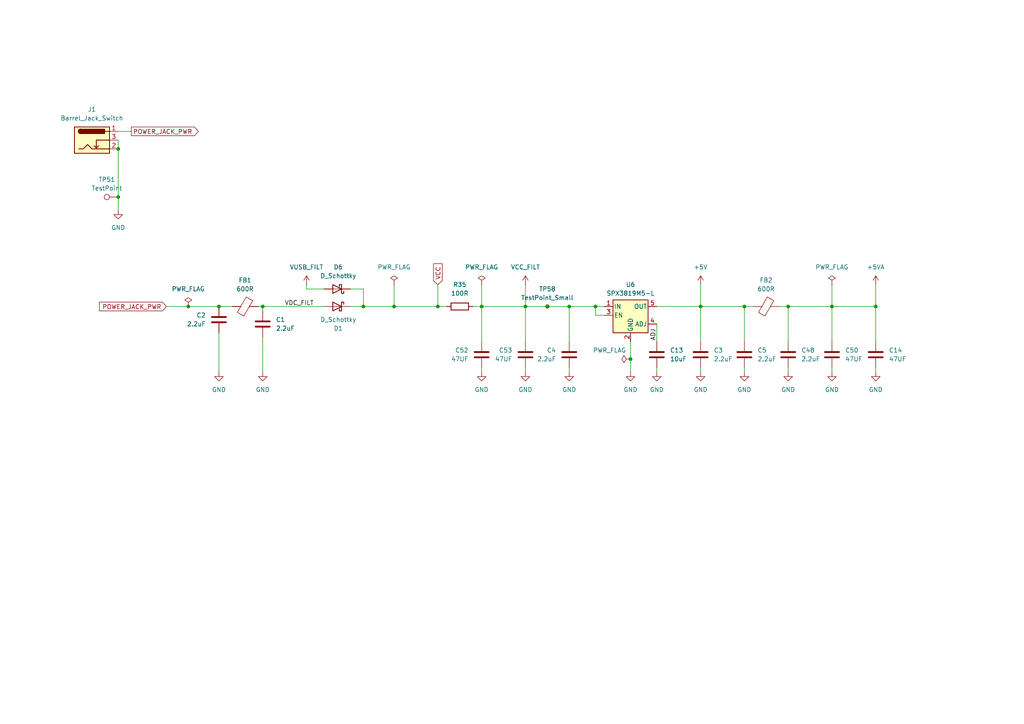
<source format=kicad_sch>
(kicad_sch (version 20250114) (generator "eeschema") (generator_version "9.0")
  (paper "A4")
  (lib_symbols
    (symbol "+5V_1" (power) (pin_numbers (hide yes)) (pin_names (offset 0) (hide yes))
      (property "Value" "+5V" (at 0 3.556 0))
      (symbol "+5V_1_0_1"
        (polyline (pts (xy -0.762 1.27) (xy 0 2.54)))
        (polyline (pts (xy 0 2.54) (xy 0.762 1.27)))
        (polyline (pts (xy 0 0) (xy 0 2.54)))
      )
      (symbol "+5V_1_1_1"
        (pin power_in line (at 0 0 90) (length 0) (name "~") (number "1"))
      )
    )
    (symbol "Connector:Barrel_Jack_Switch" (pin_names (hide yes))
      (property "Reference" "J" (at 0 5.334 0))
      (property "Value" "Barrel_Jack_Switch" (at 0 -5.08 0))
      (symbol "Barrel_Jack_Switch_0_1"
        (rectangle (start -5.08 3.81) (end 5.08 -3.81) (stroke (width 0.254)) (fill (type background)))
        (polyline (pts (xy -3.81 -2.54) (xy -2.54 -2.54) (xy -1.27 -1.27) (xy 0 -2.54) (xy 2.54 -2.54) (xy 5.08 -2.54)) (stroke (width 0.254)))
        (arc (start -3.302 1.905) (mid -3.9343 2.54) (end -3.302 3.175) (stroke (width 0.254)))
        (arc (start -3.302 1.905) (mid -3.9343 2.54) (end -3.302 3.175) (stroke (width 0.254)) (fill (type outline)))
        (polyline (pts (xy 1.27 -2.286) (xy 1.905 -1.651)) (stroke (width 0.254)))
        (rectangle (start 3.683 3.175) (end -3.302 1.905) (stroke (width 0.254)) (fill (type outline)))
        (polyline (pts (xy 5.08 2.54) (xy 3.81 2.54)) (stroke (width 0.254)))
        (polyline (pts (xy 5.08 0) (xy 1.27 0) (xy 1.27 -2.286) (xy 0.635 -1.651)) (stroke (width 0.254)))
      )
      (symbol "Barrel_Jack_Switch_1_1"
        (pin passive line (at 7.62 2.54 180) (length 2.54) (name "~") (number "1"))
        (pin passive line (at 7.62 0 180) (length 2.54) (name "~") (number "3"))
        (pin passive line (at 7.62 -2.54 180) (length 2.54) (name "~") (number "2"))
      )
    )
    (symbol "Connector:TestPoint" (pin_numbers (hide yes)) (pin_names (offset 0.762) (hide yes))
      (property "Reference" "TP" (at 0 6.858 0))
      (property "Value" "TestPoint" (at 0 5.08 0))
      (symbol "TestPoint_0_1"
        (circle (center 0 3.302) (radius 0.762))
      )
      (symbol "TestPoint_1_1"
        (pin passive line (at 0 0 90) (length 2.54) (name "1") (number "1"))
      )
    )
    (symbol "Connector:TestPoint_Small" (pin_numbers (hide yes)) (pin_names (offset 0.762) (hide yes))
      (property "Reference" "TP" (at 0 3.81 0))
      (property "Value" "TestPoint_Small" (at 0 2.032 0))
      (symbol "TestPoint_Small_0_1"
        (circle (center 0 0) (radius 0.508))
      )
      (symbol "TestPoint_Small_1_1"
        (pin passive line (at 0 0 90) (length 0) (name "1") (number "1"))
      )
    )
    (symbol "Device:C" (pin_numbers (hide yes)) (pin_names (offset 0.254))
      (property "Reference" "C" (at 0.635 2.54 0))
      (property "Value" "C" (at 0.635 -2.54 0))
      (symbol "C_0_1"
        (polyline (pts (xy -2.032 0.762) (xy 2.032 0.762)) (stroke (width 0.508)))
        (polyline (pts (xy -2.032 -0.762) (xy 2.032 -0.762)) (stroke (width 0.508)))
      )
      (symbol "C_1_1"
        (pin passive line (at 0 3.81 270) (length 2.794) (name "~") (number "1"))
        (pin passive line (at 0 -3.81 90) (length 2.794) (name "~") (number "2"))
      )
    )
    (symbol "Device:D_Schottky" (pin_numbers (hide yes)) (pin_names (offset 1.016) (hide yes))
      (property "Reference" "D" (at 0 2.54 0))
      (property "Value" "D_Schottky" (at 0 -2.54 0))
      (symbol "D_Schottky_0_1"
        (polyline (pts (xy -1.905 0.635) (xy -1.905 1.27) (xy -1.27 1.27) (xy -1.27 -1.27) (xy -0.635 -1.27) (xy -0.635 -0.635)) (stroke (width 0.254)))
        (polyline (pts (xy 1.27 1.27) (xy 1.27 -1.27) (xy -1.27 0) (xy 1.27 1.27)) (stroke (width 0.254)))
        (polyline (pts (xy 1.27 0) (xy -1.27 0)))
      )
      (symbol "D_Schottky_1_1"
        (pin passive line (at -3.81 0 0) (length 2.54) (name "K") (number "1"))
        (pin passive line (at 3.81 0 180) (length 2.54) (name "A") (number "2"))
      )
    )
    (symbol "Device:FerriteBead" (pin_numbers (hide yes)) (pin_names (offset 0))
      (property "Reference" "FB" (at -3.81 0.635 90))
      (property "Value" "FerriteBead" (at 3.81 0 90))
      (symbol "FerriteBead_0_1"
        (polyline (pts (xy -2.7686 0.4064) (xy -1.7018 2.2606) (xy 2.7686 -0.3048) (xy 1.6764 -2.159) (xy -2.7686 0.4064)))
        (polyline (pts (xy 0 1.27) (xy 0 1.2954)))
        (polyline (pts (xy 0 -1.27) (xy 0 -1.2192)))
      )
      (symbol "FerriteBead_1_1"
        (pin passive line (at 0 3.81 270) (length 2.54) (name "~") (number "1"))
        (pin passive line (at 0 -3.81 90) (length 2.54) (name "~") (number "2"))
      )
    )
    (symbol "Device:R" (pin_numbers (hide yes)) (pin_names (offset 0))
      (property "Reference" "R" (at 2.032 0 90))
      (property "Value" "R" (at 0 0 90))
      (symbol "R_0_1"
        (rectangle (start -1.016 -2.54) (end 1.016 2.54) (stroke (width 0.254)))
      )
      (symbol "R_1_1"
        (pin passive line (at 0 3.81 270) (length 1.27) (name "~") (number "1"))
        (pin passive line (at 0 -3.81 90) (length 1.27) (name "~") (number "2"))
      )
    )
    (symbol "GND_1" (power) (pin_numbers (hide yes)) (pin_names (offset 0) (hide yes))
      (property "Value" "GND" (at 0 -3.81 0))
      (symbol "GND_1_0_1"
        (polyline (pts (xy 0 0) (xy 0 -1.27) (xy 1.27 -1.27) (xy 0 -2.54) (xy -1.27 -1.27) (xy 0 -1.27)))
      )
      (symbol "GND_1_1_1"
        (pin power_in line (at 0 0 270) (length 0) (name "~") (number "1"))
      )
    )
    (symbol "Regulator_Linear:SPX3819M5-L" (pin_names (offset 0.254))
      (property "Reference" "U" (at -3.81 5.715 0))
      (property "Value" "SPX3819M5-L" (at 0 5.715 0))
      (symbol "SPX3819M5-L_0_1"
        (rectangle (start -5.08 4.445) (end 5.08 -5.08) (stroke (width 0.254)) (fill (type background)))
      )
      (symbol "SPX3819M5-L_1_1"
        (pin power_in line (at -7.62 2.54 0) (length 2.54) (name "IN") (number "1"))
        (pin input line (at -7.62 0 0) (length 2.54) (name "EN") (number "3"))
        (pin power_in line (at 0 -7.62 90) (length 2.54) (name "GND") (number "2"))
        (pin power_out line (at 7.62 2.54 180) (length 2.54) (name "OUT") (number "5"))
        (pin input line (at 7.62 -2.54 180) (length 2.54) (name "ADJ") (number "4"))
      )
    )
    (symbol "power:+5VA" (power) (pin_numbers (hide yes)) (pin_names (offset 0) (hide yes))
      (property "Value" "+5VA" (at 0 3.556 0))
      (symbol "+5VA_0_1"
        (polyline (pts (xy -0.762 1.27) (xy 0 2.54)))
        (polyline (pts (xy 0 2.54) (xy 0.762 1.27)))
        (polyline (pts (xy 0 0) (xy 0 2.54)))
      )
      (symbol "+5VA_1_1"
        (pin power_in line (at 0 0 90) (length 0) (name "~") (number "1"))
      )
    )
    (symbol "power:PWR_FLAG" (power) (pin_numbers (hide yes)) (pin_names (offset 0) (hide yes))
      (property "Value" "PWR_FLAG" (at 0 3.81 0))
      (symbol "PWR_FLAG_0_0"
        (pin power_out line (at 0 0 90) (length 0) (name "~") (number "1"))
      )
      (symbol "PWR_FLAG_0_1"
        (polyline (pts (xy 0 0) (xy 0 1.27) (xy -1.016 1.905) (xy 0 2.54) (xy 1.016 1.905) (xy 0 1.27)))
      )
    )
    (symbol "power:VCC" (power) (pin_numbers (hide yes)) (pin_names (offset 0) (hide yes))
      (property "Value" "VCC" (at 0 3.556 0))
      (symbol "VCC_0_1"
        (polyline (pts (xy -0.762 1.27) (xy 0 2.54)))
        (polyline (pts (xy 0 2.54) (xy 0.762 1.27)))
        (polyline (pts (xy 0 0) (xy 0 2.54)))
      )
      (symbol "VCC_1_1"
        (pin power_in line (at 0 0 90) (length 0) (name "~") (number "1"))
      )
    )
  )
  (junction (at 114.3 88.9))
  (junction (at 76.2 88.9))
  (junction (at 105.41 88.9))
  (junction (at 127 88.9))
  (junction (at 152.4 88.9))
  (junction (at 241.3 88.9))
  (junction (at 165.1 88.9))
  (junction (at 203.2 88.9))
  (junction (at 158.75 88.9))
  (junction (at 34.29 57.15))
  (junction (at 215.9 88.9))
  (junction (at 139.7 88.9))
  (junction (at 54.61 88.9))
  (junction (at 254 88.9))
  (junction (at 172.72 88.9))
  (junction (at 182.88 104.14))
  (junction (at 34.29 43.18))
  (junction (at 63.5 88.9))
  (junction (at 228.6 88.9))
  (wire (pts (xy 241.3 82.55) (xy 241.3 88.9)))
  (wire (pts (xy 34.29 38.1) (xy 38.1 38.1)))
  (wire (pts (xy 54.61 88.9) (xy 63.5 88.9)))
  (wire (pts (xy 93.98 83.82) (xy 88.9 83.82)))
  (wire (pts (xy 139.7 88.9) (xy 152.4 88.9)))
  (wire (pts (xy 63.5 96.52) (xy 63.5 107.95)))
  (wire (pts (xy 172.72 91.44) (xy 172.72 88.9)))
  (wire (pts (xy 182.88 104.14) (xy 182.88 107.95)))
  (wire (pts (xy 254 106.68) (xy 254 107.95)))
  (wire (pts (xy 215.9 99.06) (xy 215.9 88.9)))
  (wire (pts (xy 182.88 104.14) (xy 182.88 99.06)))
  (wire (pts (xy 139.7 99.06) (xy 139.7 88.9)))
  (wire (pts (xy 241.3 106.68) (xy 241.3 107.95)))
  (wire (pts (xy 114.3 88.9) (xy 127 88.9)))
  (wire (pts (xy 172.72 88.9) (xy 175.26 88.9)))
  (wire (pts (xy 241.3 88.9) (xy 254 88.9)))
  (wire (pts (xy 228.6 107.95) (xy 228.6 106.68)))
  (wire (pts (xy 114.3 82.55) (xy 114.3 88.9)))
  (wire (pts (xy 215.9 88.9) (xy 218.44 88.9)))
  (wire (pts (xy 215.9 107.95) (xy 215.9 106.68)))
  (wire (pts (xy 34.29 60.96) (xy 34.29 57.15)))
  (wire (pts (xy 228.6 99.06) (xy 228.6 88.9)))
  (wire (pts (xy 139.7 106.68) (xy 139.7 107.95)))
  (wire (pts (xy 137.16 88.9) (xy 139.7 88.9)))
  (wire (pts (xy 101.6 83.82) (xy 105.41 83.82)))
  (wire (pts (xy 48.26 88.9) (xy 54.61 88.9)))
  (wire (pts (xy 190.5 93.98) (xy 190.5 99.06)))
  (wire (pts (xy 241.3 99.06) (xy 241.3 88.9)))
  (wire (pts (xy 127 82.55) (xy 127 88.9)))
  (wire (pts (xy 165.1 88.9) (xy 172.72 88.9)))
  (wire (pts (xy 76.2 97.79) (xy 76.2 107.95)))
  (wire (pts (xy 228.6 88.9) (xy 241.3 88.9)))
  (wire (pts (xy 127 88.9) (xy 129.54 88.9)))
  (wire (pts (xy 203.2 82.55) (xy 203.2 88.9)))
  (wire (pts (xy 203.2 88.9) (xy 215.9 88.9)))
  (wire (pts (xy 165.1 106.68) (xy 165.1 107.95)))
  (wire (pts (xy 254 82.55) (xy 254 88.9)))
  (wire (pts (xy 203.2 106.68) (xy 203.2 107.95)))
  (wire (pts (xy 76.2 88.9) (xy 93.98 88.9)))
  (wire (pts (xy 190.5 88.9) (xy 203.2 88.9)))
  (wire (pts (xy 152.4 106.68) (xy 152.4 107.95)))
  (wire (pts (xy 190.5 106.68) (xy 190.5 107.95)))
  (wire (pts (xy 152.4 82.55) (xy 152.4 88.9)))
  (wire (pts (xy 152.4 88.9) (xy 158.75 88.9)))
  (wire (pts (xy 254 99.06) (xy 254 88.9)))
  (wire (pts (xy 105.41 88.9) (xy 114.3 88.9)))
  (wire (pts (xy 105.41 83.82) (xy 105.41 88.9)))
  (wire (pts (xy 203.2 99.06) (xy 203.2 88.9)))
  (wire (pts (xy 63.5 88.9) (xy 67.31 88.9)))
  (wire (pts (xy 165.1 99.06) (xy 165.1 88.9)))
  (wire (pts (xy 74.93 88.9) (xy 76.2 88.9)))
  (wire (pts (xy 175.26 91.44) (xy 172.72 91.44)))
  (wire (pts (xy 139.7 82.55) (xy 139.7 88.9)))
  (wire (pts (xy 88.9 83.82) (xy 88.9 82.55)))
  (wire (pts (xy 152.4 99.06) (xy 152.4 88.9)))
  (wire (pts (xy 34.29 43.18) (xy 34.29 40.64)))
  (wire (pts (xy 101.6 88.9) (xy 105.41 88.9)))
  (wire (pts (xy 158.75 88.9) (xy 165.1 88.9)))
  (wire (pts (xy 226.06 88.9) (xy 228.6 88.9)))
  (wire (pts (xy 76.2 90.17) (xy 76.2 88.9)))
  (wire (pts (xy 34.29 57.15) (xy 34.29 43.18)))
  (label "ADJ" (at 190.5 95.25 270))
  (label "VDC_FILT" (at 82.55 88.9 0))
  (global_label "POWER_JACK_PWR" (shape output) (at 38.1 38.1 0) (property "Intersheetrefs" "${INTERSHEET_REFS}" (effects (hide yes))))
  (global_label "VCC" (shape input) (at 127 82.55 90) (property "Intersheetrefs" "${INTERSHEET_REFS}" (effects (hide yes))))
  (global_label "POWER_JACK_PWR" (shape input) (at 48.26 88.9 180) (property "Intersheetrefs" "${INTERSHEET_REFS}" (effects (hide yes))))
  (symbol (lib_name "GND_1") (lib_id "power:GND") (at 63.5 107.95 0) (unit 1)
    (property "Reference" "#PWR018" (effects (hide yes)))
    (property "Value" "GND" (at 63.5 113.03 0))
    (property "Description" "Power symbol creates a global label with name \"GND\" , ground" (effects (hide yes)))
  )
  (symbol (lib_id "Device:C") (at 152.4 102.87 0) (mirror y) (unit 1)
    (property "Reference" "C53" (at 148.59 101.5999 0) (effects (justify left)))
    (property "Value" "47UF" (at 148.59 104.1399 0) (effects (justify left)))
    (property "Footprint" "Capacitor_SMD:C_0603_1608Metric" (effects (hide yes)))
  )
  (symbol (lib_id "Device:C") (at 76.2 93.98 0) (unit 1)
    (property "Reference" "C1" (at 80.01 92.7099 0) (effects (justify left)))
    (property "Value" "2.2uF" (at 80.01 95.2499 0) (effects (justify left)))
    (property "Footprint" "Capacitor_SMD:C_0603_1608Metric" (effects (hide yes)))
  )
  (symbol (lib_id "power:PWR_FLAG") (at 139.7 82.55 0) (unit 1)
    (property "Reference" "#FLG01" (effects (hide yes)))
    (property "Value" "PWR_FLAG" (at 139.7 77.47 0))
    (property "Description" "Special symbol for telling ERC where power comes from" (effects (hide yes)))
  )
  (symbol (lib_id "power:PWR_FLAG") (at 114.3 82.55 0) (unit 1)
    (property "Reference" "#FLG07" (effects (hide yes)))
    (property "Value" "PWR_FLAG" (at 114.3 77.47 0))
    (property "Description" "Special symbol for telling ERC where power comes from" (effects (hide yes)))
  )
  (symbol (lib_id "Device:FerriteBead") (at 71.12 88.9 90) (unit 1)
    (property "Reference" "FB1" (at 71.0692 81.28 90))
    (property "Value" "600R" (at 71.0692 83.82 90))
    (property "Footprint" "Inductor_SMD:L_0603_1608Metric" (effects (hide yes)))
    (property "Description" "Ferrite bead" (effects (hide yes)))
  )
  (symbol (lib_id "Connector:TestPoint_Small") (at 158.75 88.9 90) (unit 1)
    (property "Reference" "TP58" (at 158.75 83.82 90))
    (property "Value" "TestPoint_Small" (at 158.75 86.36 90))
    (property "Footprint" "TestPoint:TestPoint_Pad_D1.0mm" (effects (hide yes)))
    (property "Description" "test point" (effects (hide yes)))
  )
  (symbol (lib_id "Device:D_Schottky") (at 97.79 88.9 0) (mirror y) (unit 1)
    (property "Reference" "D1" (at 98.1075 95.25 0))
    (property "Value" "D_Schottky" (at 98.1075 92.71 0))
    (property "Footprint" "Diode_SMD:D_SMA" (effects (hide yes)))
    (property "Description" "Schottky diode" (effects (hide yes)))
  )
  (symbol (lib_name "GND_1") (lib_id "power:GND") (at 165.1 107.95 0) (unit 1)
    (property "Reference" "#PWR0117" (effects (hide yes)))
    (property "Value" "GND" (at 165.1 113.03 0))
    (property "Description" "Power symbol creates a global label with name \"GND\" , ground" (effects (hide yes)))
  )
  (symbol (lib_id "Device:C") (at 241.3 102.87 0) (unit 1)
    (property "Reference" "C50" (at 245.11 101.5999 0) (effects (justify left)))
    (property "Value" "47UF" (at 245.11 104.1399 0) (effects (justify left)))
    (property "Footprint" "Capacitor_SMD:C_0603_1608Metric" (effects (hide yes)))
  )
  (symbol (lib_id "Regulator_Linear:SPX3819M5-L") (at 182.88 91.44 0) (unit 1)
    (property "Reference" "U6" (at 182.88 82.55 0))
    (property "Value" "SPX3819M5-L" (at 182.88 85.09 0))
    (property "Footprint" "Package_TO_SOT_SMD:SOT-23-5" (effects (hide yes)))
    (property "Datasheet" "https://www.exar.com/content/document.ashx?id=22106&languageid=1033&type=Datasheet&partnumber=SPX3819&filename=SPX3819.pdf&part=SPX3819" (effects (hide yes)))
    (property "Description" "500mA Low drop-out regulator, Adjustable, SOT-23-5" (effects (hide yes)))
  )
  (symbol (lib_id "Device:C") (at 63.5 92.71 0) (mirror y) (unit 1)
    (property "Reference" "C2" (at 59.69 91.4399 0) (effects (justify left)))
    (property "Value" "2.2uF" (at 59.69 93.9799 0) (effects (justify left)))
    (property "Footprint" "Capacitor_SMD:C_0603_1608Metric" (effects (hide yes)))
  )
  (symbol (lib_name "GND_1") (lib_id "power:GND") (at 228.6 107.95 0) (unit 1)
    (property "Reference" "#PWR0114" (effects (hide yes)))
    (property "Value" "GND" (at 228.6 113.03 0))
    (property "Description" "Power symbol creates a global label with name \"GND\" , ground" (effects (hide yes)))
  )
  (symbol (lib_name "GND_1") (lib_id "power:GND") (at 190.5 107.95 0) (unit 1)
    (property "Reference" "#PWR03" (effects (hide yes)))
    (property "Value" "GND" (at 190.5 113.03 0))
    (property "Description" "Power symbol creates a global label with name \"GND\" , ground" (effects (hide yes)))
  )
  (symbol (lib_id "Device:FerriteBead") (at 222.25 88.9 90) (unit 1)
    (property "Reference" "FB2" (at 222.1992 81.28 90))
    (property "Value" "600R" (at 222.1992 83.82 90))
    (property "Footprint" "Inductor_SMD:L_0603_1608Metric" (effects (hide yes)))
    (property "Description" "Ferrite bead" (effects (hide yes)))
  )
  (symbol (lib_id "Device:D_Schottky") (at 97.79 83.82 180) (unit 1)
    (property "Reference" "D6" (at 98.1075 77.47 0))
    (property "Value" "D_Schottky" (at 98.1075 80.01 0))
    (property "Footprint" "Diode_SMD:D_SMA" (effects (hide yes)))
    (property "Description" "Schottky diode" (effects (hide yes)))
  )
  (symbol (lib_id "Device:C") (at 203.2 102.87 0) (unit 1)
    (property "Reference" "C3" (at 207.01 101.5999 0) (effects (justify left)))
    (property "Value" "2.2uF" (at 207.01 104.1399 0) (effects (justify left)))
    (property "Footprint" "Capacitor_SMD:C_0603_1608Metric" (effects (hide yes)))
  )
  (symbol (lib_id "power:PWR_FLAG") (at 241.3 82.55 0) (unit 1)
    (property "Reference" "#FLG010" (effects (hide yes)))
    (property "Value" "PWR_FLAG" (at 241.3 77.47 0))
    (property "Description" "Special symbol for telling ERC where power comes from" (effects (hide yes)))
  )
  (symbol (lib_id "power:VCC") (at 152.4 82.55 0) (unit 1)
    (property "Reference" "#PWR069" (effects (hide yes)))
    (property "Value" "VCC_FILT" (at 152.4 77.47 0))
    (property "Description" "Power symbol creates a global label with name \"VCC\"" (effects (hide yes)))
  )
  (symbol (lib_name "GND_1") (lib_id "power:GND") (at 152.4 107.95 0) (unit 1)
    (property "Reference" "#PWR0118" (effects (hide yes)))
    (property "Value" "GND" (at 152.4 113.03 0))
    (property "Description" "Power symbol creates a global label with name \"GND\" , ground" (effects (hide yes)))
  )
  (symbol (lib_id "Device:C") (at 215.9 102.87 0) (unit 1)
    (property "Reference" "C5" (at 219.71 101.5999 0) (effects (justify left)))
    (property "Value" "2.2uF" (at 219.71 104.1399 0) (effects (justify left)))
    (property "Footprint" "Capacitor_SMD:C_0603_1608Metric" (effects (hide yes)))
  )
  (symbol (lib_id "Connector:Barrel_Jack_Switch") (at 26.67 40.64 0) (unit 1)
    (property "Reference" "J1" (at 26.67 31.75 0))
    (property "Value" "Barrel_Jack_Switch" (at 26.67 34.29 0))
    (property "Footprint" "Connector_BarrelJack:BarrelJack_Horizontal" (effects (hide yes)))
    (property "Description" "DC Barrel Jack with an internal switch" (effects (hide yes)))
  )
  (symbol (lib_name "GND_1") (lib_id "power:GND") (at 76.2 107.95 0) (unit 1)
    (property "Reference" "#PWR0102" (effects (hide yes)))
    (property "Value" "GND" (at 76.2 113.03 0))
    (property "Description" "Power symbol creates a global label with name \"GND\" , ground" (effects (hide yes)))
  )
  (symbol (lib_id "Device:C") (at 190.5 102.87 0) (unit 1)
    (property "Reference" "C13" (at 194.31 101.5999 0) (effects (justify left)))
    (property "Value" "10uF" (at 194.31 104.1399 0) (effects (justify left)))
    (property "Footprint" "Capacitor_SMD:C_0603_1608Metric" (effects (hide yes)))
  )
  (symbol (lib_id "Connector:TestPoint") (at 34.29 57.15 90) (unit 1)
    (property "Reference" "TP51" (at 30.988 52.07 90))
    (property "Value" "TestPoint" (at 30.988 54.61 90))
    (property "Footprint" "TestPoint:TestPoint_Loop_D2.54mm_Drill1.5mm_Beaded" (effects (hide yes)))
    (property "Description" "test point" (effects (hide yes)))
  )
  (symbol (lib_id "power:+5VA") (at 254 82.55 0) (unit 1)
    (property "Reference" "#PWR063" (effects (hide yes)))
    (property "Value" "+5VA" (at 254 77.47 0))
    (property "Description" "Power symbol creates a global label with name \"+5VA\"" (effects (hide yes)))
  )
  (symbol (lib_id "Device:C") (at 228.6 102.87 0) (unit 1)
    (property "Reference" "C48" (at 232.41 101.5999 0) (effects (justify left)))
    (property "Value" "2.2uF" (at 232.41 104.1399 0) (effects (justify left)))
    (property "Footprint" "Capacitor_SMD:C_0603_1608Metric" (effects (hide yes)))
  )
  (symbol (lib_id "power:PWR_FLAG") (at 182.88 104.14 90) (unit 1)
    (property "Reference" "#FLG03" (effects (hide yes)))
    (property "Value" "PWR_FLAG" (at 181.61 101.6 90) (effects (justify left)))
    (property "Description" "Special symbol for telling ERC where power comes from" (effects (hide yes)))
  )
  (symbol (lib_name "GND_1") (lib_id "power:GND") (at 139.7 107.95 0) (unit 1)
    (property "Reference" "#PWR0119" (effects (hide yes)))
    (property "Value" "GND" (at 139.7 113.03 0))
    (property "Description" "Power symbol creates a global label with name \"GND\" , ground" (effects (hide yes)))
  )
  (symbol (lib_name "GND_1") (lib_id "power:GND") (at 182.88 107.95 0) (unit 1)
    (property "Reference" "#PWR0120" (effects (hide yes)))
    (property "Value" "GND" (at 182.88 113.03 0))
    (property "Description" "Power symbol creates a global label with name \"GND\" , ground" (effects (hide yes)))
  )
  (symbol (lib_id "power:PWR_FLAG") (at 54.61 88.9 0) (unit 1)
    (property "Reference" "#FLG04" (effects (hide yes)))
    (property "Value" "PWR_FLAG" (at 54.61 83.82 0))
    (property "Description" "Special symbol for telling ERC where power comes from" (effects (hide yes)))
  )
  (symbol (lib_name "GND_1") (lib_id "power:GND") (at 34.29 60.96 0) (unit 1)
    (property "Reference" "#PWR053" (effects (hide yes)))
    (property "Value" "GND" (at 34.29 66.04 0))
    (property "Description" "Power symbol creates a global label with name \"GND\" , ground" (effects (hide yes)))
  )
  (symbol (lib_id "Device:R") (at 133.35 88.9 90) (unit 1)
    (property "Reference" "R35" (at 133.35 82.55 90))
    (property "Value" "100R" (at 133.35 85.09 90))
    (property "Footprint" "Resistor_SMD:R_0603_1608Metric" (effects (hide yes)))
    (property "Description" "Resistor" (effects (hide yes)))
  )
  (symbol (lib_id "power:VCC") (at 88.9 82.55 0) (unit 1)
    (property "Reference" "#PWR062" (effects (hide yes)))
    (property "Value" "VUSB_FILT" (at 88.9 77.47 0))
    (property "Description" "Power symbol creates a global label with name \"VCC\"" (effects (hide yes)))
  )
  (symbol (lib_id "Device:C") (at 139.7 102.87 0) (mirror y) (unit 1)
    (property "Reference" "C52" (at 135.89 101.5999 0) (effects (justify left)))
    (property "Value" "47UF" (at 135.89 104.1399 0) (effects (justify left)))
    (property "Footprint" "Capacitor_SMD:C_0603_1608Metric" (effects (hide yes)))
  )
  (symbol (lib_id "Device:C") (at 254 102.87 0) (unit 1)
    (property "Reference" "C14" (at 257.81 101.5999 0) (effects (justify left)))
    (property "Value" "47UF" (at 257.81 104.1399 0) (effects (justify left)))
    (property "Footprint" "Capacitor_SMD:C_0603_1608Metric" (effects (hide yes)))
  )
  (symbol (lib_name "+5V_1") (lib_id "power:+5V") (at 203.2 82.55 0) (unit 1)
    (property "Reference" "#PWR05" (effects (hide yes)))
    (property "Value" "+5V" (at 203.2 77.47 0))
    (property "Description" "Power symbol creates a global label with name \"+5V\"" (effects (hide yes)))
  )
  (symbol (lib_name "GND_1") (lib_id "power:GND") (at 203.2 107.95 0) (unit 1)
    (property "Reference" "#PWR0105" (effects (hide yes)))
    (property "Value" "GND" (at 203.2 113.03 0))
    (property "Description" "Power symbol creates a global label with name \"GND\" , ground" (effects (hide yes)))
  )
  (symbol (lib_name "GND_1") (lib_id "power:GND") (at 254 107.95 0) (unit 1)
    (property "Reference" "#PWR0116" (effects (hide yes)))
    (property "Value" "GND" (at 254 113.03 0))
    (property "Description" "Power symbol creates a global label with name \"GND\" , ground" (effects (hide yes)))
  )
  (symbol (lib_name "GND_1") (lib_id "power:GND") (at 241.3 107.95 0) (unit 1)
    (property "Reference" "#PWR0115" (effects (hide yes)))
    (property "Value" "GND" (at 241.3 113.03 0))
    (property "Description" "Power symbol creates a global label with name \"GND\" , ground" (effects (hide yes)))
  )
  (symbol (lib_id "Device:C") (at 165.1 102.87 0) (mirror y) (unit 1)
    (property "Reference" "C4" (at 161.29 101.5999 0) (effects (justify left)))
    (property "Value" "2.2uF" (at 161.29 104.1399 0) (effects (justify left)))
    (property "Footprint" "Capacitor_SMD:C_0603_1608Metric" (effects (hide yes)))
  )
  (symbol (lib_name "GND_1") (lib_id "power:GND") (at 215.9 107.95 0) (unit 1)
    (property "Reference" "#PWR0103" (effects (hide yes)))
    (property "Value" "GND" (at 215.9 113.03 0))
    (property "Description" "Power symbol creates a global label with name \"GND\" , ground" (effects (hide yes)))
  )
)
</source>
